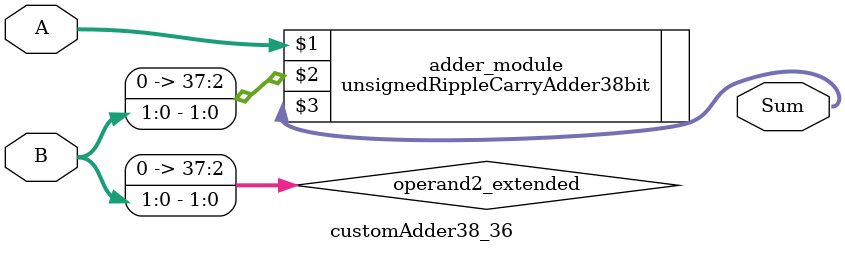
<source format=v>
module customAdder38_36(
                        input [37 : 0] A,
                        input [1 : 0] B,
                        
                        output [38 : 0] Sum
                );

        wire [37 : 0] operand2_extended;
        
        assign operand2_extended =  {36'b0, B};
        
        unsignedRippleCarryAdder38bit adder_module(
            A,
            operand2_extended,
            Sum
        );
        
        endmodule
        
</source>
